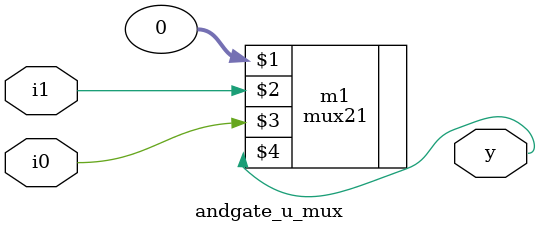
<source format=v>
`timescale 1ns / 1ps
module andgate_u_mux(i0,i1,y);
input i0,i1;
output y;
mux21 m1(0,i1,i0,y);
endmodule

</source>
